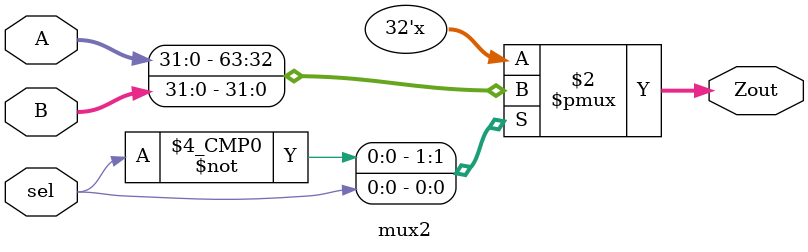
<source format=v>
`timescale 1us/100us i forgor

module mux2 (A, B, sel, Zout);
    input [31:0] A; // a is 0
    input [31:0] B; 
    input sel;
    output reg [31:0] Zout;

    always @(*) begin
        case(sel)
            1'b0: Zout = A;
            1'b1: Zout = B;
            default: Zout = 32'b0;
        endcase
    end
endmodule
</source>
